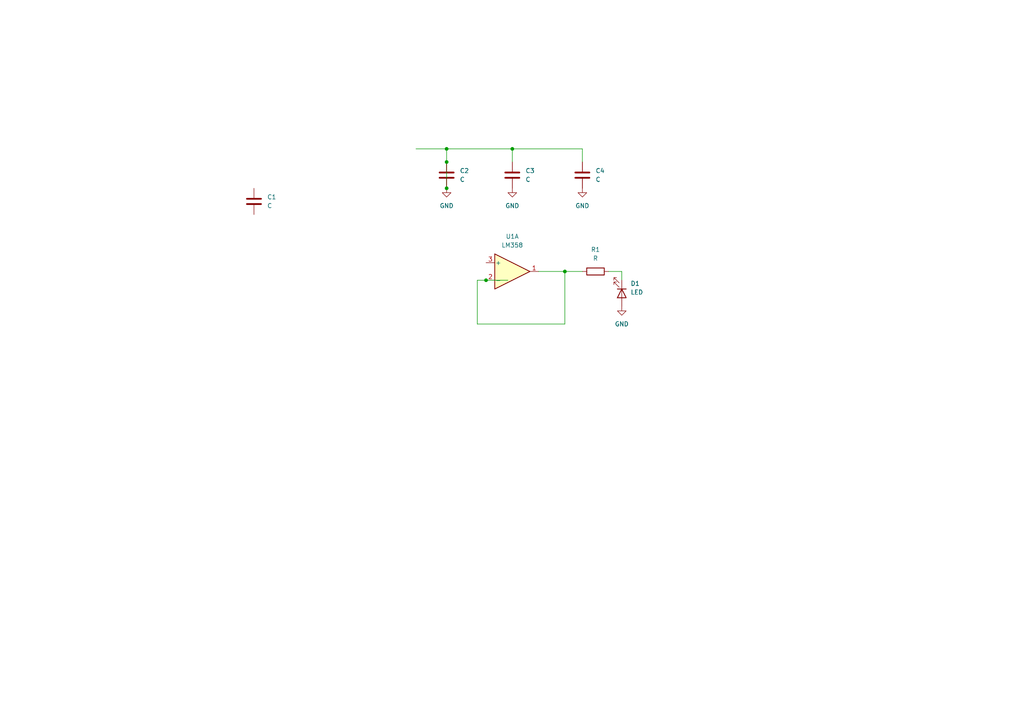
<source format=kicad_sch>
(kicad_sch (version 20230121) (generator eeschema)
  (paper "A4")
  (lib_symbols
    (symbol "Amplifier_Operational:LM358" (pin_names (offset 0.127))
      (property "Reference" "U" (at 0 5.08 0))
      (property "Value" "LM358" (at 0 -5.08 0))
      (symbol "LM358_1_1"
        (polyline (pts (xy -5.08 5.08) (xy 5.08 0) (xy -5.08 -5.08) (xy -5.08 5.08)) (stroke (width 0.254)) (fill (type background)))
        (pin output line (at 7.62 0 180) (length 2.54) (name "~") (number "1"))
        (pin input line (at -7.62 -2.54 0) (length 2.54) (name "-") (number "2"))
        (pin input line (at -7.62 2.54 0) (length 2.54) (name "+") (number "3"))
      )
      (symbol "LM358_2_1"
        (polyline (pts (xy -5.08 5.08) (xy 5.08 0) (xy -5.08 -5.08) (xy -5.08 5.08)) (stroke (width 0.254)) (fill (type background)))
        (pin input line (at -7.62 2.54 0) (length 2.54) (name "+") (number "5"))
        (pin input line (at -7.62 -2.54 0) (length 2.54) (name "-") (number "6"))
        (pin output line (at 7.62 0 180) (length 2.54) (name "~") (number "7"))
      )
      (symbol "LM358_3_1"
        (pin power_in line (at -2.54 -7.62 90) (length 3.81) (name "V-") (number "4"))
        (pin power_in line (at -2.54 7.62 270) (length 3.81) (name "V+") (number "8"))
      )
    )
    (symbol "Device:C" (pin_numbers hide) (pin_names (offset 0.254))
      (property "Reference" "C" (at 0.635 2.54 0))
      (property "Value" "C" (at 0.635 -2.54 0))
      (symbol "C_0_1"
        (polyline (pts (xy -2.032 -0.762) (xy 2.032 -0.762)) (stroke (width 0.508)))
        (polyline (pts (xy -2.032 0.762) (xy 2.032 0.762)) (stroke (width 0.508)))
      )
      (symbol "C_1_1"
        (pin passive line (at 0 3.81 270) (length 2.794) (name "~") (number "1"))
        (pin passive line (at 0 -3.81 90) (length 2.794) (name "~") (number "2"))
      )
    )
    (symbol "Device:LED" (pin_numbers hide) (pin_names (offset 1.016) hide)
      (property "Reference" "D" (at 0 2.54 0))
      (property "Value" "LED" (at 0 -2.54 0))
      (symbol "LED_0_1"
        (polyline (pts (xy -1.27 -1.27) (xy -1.27 1.27)) (stroke (width 0.254)))
        (polyline (pts (xy -1.27 0) (xy 1.27 0)))
        (polyline (pts (xy 1.27 -1.27) (xy 1.27 1.27) (xy -1.27 0) (xy 1.27 -1.27)) (stroke (width 0.254)))
        (polyline (pts (xy -3.048 -0.762) (xy -4.572 -2.286) (xy -3.81 -2.286) (xy -4.572 -2.286) (xy -4.572 -1.524)))
        (polyline (pts (xy -1.778 -0.762) (xy -3.302 -2.286) (xy -2.54 -2.286) (xy -3.302 -2.286) (xy -3.302 -1.524)))
      )
      (symbol "LED_1_1"
        (pin passive line (at -3.81 0 0) (length 2.54) (name "K") (number "1"))
        (pin passive line (at 3.81 0 180) (length 2.54) (name "A") (number "2"))
      )
    )
    (symbol "Device:R" (pin_numbers hide) (pin_names (offset 0))
      (property "Reference" "R" (at 2.032 0 90))
      (property "Value" "R" (at 0 0 90))
      (symbol "R_0_1"
        (rectangle (start -1.016 -2.54) (end 1.016 2.54) (stroke (width 0.254)))
      )
      (symbol "R_1_1"
        (pin passive line (at 0 3.81 270) (length 1.27) (name "~") (number "1"))
        (pin passive line (at 0 -3.81 90) (length 1.27) (name "~") (number "2"))
      )
    )
    (symbol "power:GND" (power) (pin_names (offset 0))
      (property "Value" "GND" (at 0 -3.81 0))
      (symbol "GND_0_1"
        (polyline (pts (xy 0 0) (xy 0 -1.27) (xy 1.27 -1.27) (xy 0 -2.54) (xy -1.27 -1.27) (xy 0 -1.27)))
      )
      (symbol "GND_1_1"
        (pin power_in line (at 0 0 270) (length 0) hide (name "GND") (number "1"))
      )
    )
  )
  (junction (at 163.83 78.74))
  (junction (at 140.97 81.28))
  (junction (at 148.59 43.18))
  (junction (at 129.54 43.18))
  (junction (at 129.54 46.99))
  (junction (at 129.54 54.61))
  (wire (pts (xy 120.65 43.18) (xy 129.54 43.18)))
  (wire (pts (xy 180.34 81.28) (xy 180.34 78.74)))
  (wire (pts (xy 156.21 78.74) (xy 163.83 78.74)))
  (wire (pts (xy 138.43 81.28) (xy 140.97 81.28)))
  (wire (pts (xy 129.54 46.99) (xy 129.54 54.61)))
  (wire (pts (xy 140.97 81.28) (xy 147.32 81.28)))
  (wire (pts (xy 148.59 43.18) (xy 168.91 43.18)))
  (wire (pts (xy 163.83 78.74) (xy 168.91 78.74)))
  (wire (pts (xy 180.34 78.74) (xy 176.53 78.74)))
  (wire (pts (xy 163.83 93.98) (xy 138.43 93.98)))
  (wire (pts (xy 163.83 78.74) (xy 163.83 93.98)))
  (wire (pts (xy 148.59 43.18) (xy 148.59 46.99)))
  (wire (pts (xy 129.54 43.18) (xy 129.54 46.99)))
  (wire (pts (xy 129.54 43.18) (xy 148.59 43.18)))
  (wire (pts (xy 168.91 46.99) (xy 168.91 43.18)))
  (wire (pts (xy 138.43 93.98) (xy 138.43 81.28)))
  (symbol (lib_id "power:GND") (at 180.34 88.9 0) (unit 1)
    (property "Reference" "#PWR01" (effects hide))
    (property "Value" "GND" (at 180.34 93.98 0))
  )
  (symbol (lib_id "Device:C") (at 148.59 50.8 0) (unit 1)
    (property "Reference" "C3" (at 152.4 49.53 0) (effects (justify left)))
    (property "Value" "C" (at 152.4 52.07 0) (effects (justify left)))
  )
  (symbol (lib_id "power:GND") (at 129.54 54.61 0) (unit 1)
    (property "Reference" "#PWR02" (effects hide))
    (property "Value" "GND" (at 129.54 59.69 0))
  )
  (symbol (lib_id "power:GND") (at 148.59 54.61 0) (unit 1)
    (property "Reference" "#PWR03" (effects hide))
    (property "Value" "GND" (at 148.59 59.69 0))
  )
  (symbol (lib_id "Device:C") (at 73.66 58.42 0) (unit 1)
    (property "Reference" "C1" (at 77.47 57.15 0) (effects (justify left)))
    (property "Value" "C" (at 77.47 59.69 0) (effects (justify left)))
  )
  (symbol (lib_id "Device:C") (at 129.54 50.8 0) (unit 1)
    (property "Reference" "C2" (at 133.35 49.53 0) (effects (justify left)))
    (property "Value" "C" (at 133.35 52.07 0) (effects (justify left)))
  )
  (symbol (lib_id "Device:R") (at 172.72 78.74 90) (unit 1)
    (property "Reference" "R1" (at 172.72 72.39 90))
    (property "Value" "R" (at 172.72 74.93 90))
  )
  (symbol (lib_id "power:GND") (at 168.91 54.61 0) (unit 1)
    (property "Reference" "#PWR04" (effects hide))
    (property "Value" "GND" (at 168.91 59.69 0))
  )
  (symbol (lib_id "Device:C") (at 168.91 50.8 0) (unit 1)
    (property "Reference" "C4" (at 172.72 49.53 0) (effects (justify left)))
    (property "Value" "C" (at 172.72 52.07 0) (effects (justify left)))
  )
  (symbol (lib_id "Device:LED") (at 180.34 85.09 270) (unit 1)
    (property "Reference" "D1" (at 182.88 82.2325 90) (effects (justify left)))
    (property "Value" "LED" (at 182.88 84.7725 90) (effects (justify left)))
  )
  (symbol (lib_id "Amplifier_Operational:LM358") (at 148.59 78.74 0) (unit 1)
    (property "Reference" "U1" (at 148.59 68.58 0))
    (property "Value" "LM358" (at 148.59 71.12 0))
    (property "Datasheet" "http://www.ti.com/lit/ds/symlink/lm2904-n.pdf" (effects hide))
  )
)
</source>
